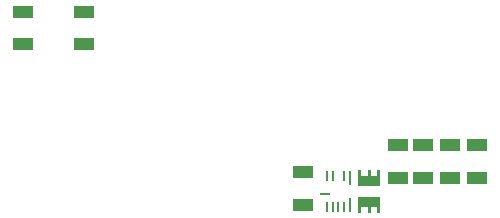
<source format=gtp>
G04*
G04 #@! TF.GenerationSoftware,Altium Limited,Altium Designer,21.7.2 (23)*
G04*
G04 Layer_Color=8421504*
%FSLAX25Y25*%
%MOIN*%
G70*
G04*
G04 #@! TF.SameCoordinates,983130B8-92BF-46AA-B9C2-0BED91E800B6*
G04*
G04*
G04 #@! TF.FilePolarity,Positive*
G04*
G01*
G75*
%ADD16R,0.07165X0.04134*%
%ADD17R,0.03543X0.00984*%
%ADD18R,0.00984X0.05118*%
%ADD19R,0.00984X0.03543*%
G36*
X272153Y239531D02*
Y234413D01*
X271169D01*
Y236382D01*
X269004D01*
Y234413D01*
X268020D01*
Y236382D01*
X265854D01*
Y234413D01*
X264870D01*
Y239531D01*
X272153D01*
D02*
G37*
G36*
X265854Y248587D02*
Y246618D01*
X268020D01*
Y248587D01*
X269004D01*
Y246618D01*
X271169D01*
Y248587D01*
X272153D01*
Y243468D01*
X264870D01*
Y248587D01*
X265854D01*
D02*
G37*
D16*
X295500Y256972D02*
D03*
Y246028D02*
D03*
X246500Y247972D02*
D03*
Y237028D02*
D03*
X278000Y246028D02*
D03*
Y256972D02*
D03*
X173500Y290528D02*
D03*
Y301472D02*
D03*
X153000Y290528D02*
D03*
Y301472D02*
D03*
X286500Y246028D02*
D03*
Y256972D02*
D03*
X304500Y246028D02*
D03*
Y256972D02*
D03*
D17*
X253748Y240811D02*
D03*
D18*
X262213Y246028D02*
D03*
Y236972D02*
D03*
D19*
X260244Y246815D02*
D03*
X256307D02*
D03*
X254339D02*
D03*
X260244Y236185D02*
D03*
X258276D02*
D03*
X256307D02*
D03*
X254339D02*
D03*
M02*

</source>
